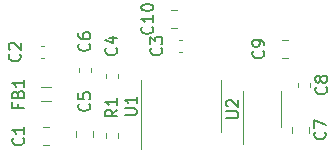
<source format=gto>
G04 #@! TF.GenerationSoftware,KiCad,Pcbnew,6.0.5+dfsg-1~bpo11+1*
G04 #@! TF.CreationDate,2022-12-25T14:08:46+00:00*
G04 #@! TF.ProjectId,stm32l0_mod_source,73746d33-326c-4305-9f6d-6f645f736f75,0.1*
G04 #@! TF.SameCoordinates,Original*
G04 #@! TF.FileFunction,Legend,Top*
G04 #@! TF.FilePolarity,Positive*
%FSLAX46Y46*%
G04 Gerber Fmt 4.6, Leading zero omitted, Abs format (unit mm)*
G04 Created by KiCad (PCBNEW 6.0.5+dfsg-1~bpo11+1) date 2022-12-25 14:08:46*
%MOMM*%
%LPD*%
G01*
G04 APERTURE LIST*
%ADD10C,0.150000*%
%ADD11C,0.120000*%
%ADD12R,1.700000X1.700000*%
%ADD13O,1.700000X1.700000*%
G04 APERTURE END LIST*
D10*
X145391142Y-96432666D02*
X145438761Y-96480285D01*
X145486380Y-96623142D01*
X145486380Y-96718380D01*
X145438761Y-96861238D01*
X145343523Y-96956476D01*
X145248285Y-97004095D01*
X145057809Y-97051714D01*
X144914952Y-97051714D01*
X144724476Y-97004095D01*
X144629238Y-96956476D01*
X144534000Y-96861238D01*
X144486380Y-96718380D01*
X144486380Y-96623142D01*
X144534000Y-96480285D01*
X144581619Y-96432666D01*
X144486380Y-96099333D02*
X144486380Y-95480285D01*
X144867333Y-95813619D01*
X144867333Y-95670761D01*
X144914952Y-95575523D01*
X144962571Y-95527904D01*
X145057809Y-95480285D01*
X145295904Y-95480285D01*
X145391142Y-95527904D01*
X145438761Y-95575523D01*
X145486380Y-95670761D01*
X145486380Y-95956476D01*
X145438761Y-96051714D01*
X145391142Y-96099333D01*
X139295142Y-101136666D02*
X139342761Y-101184285D01*
X139390380Y-101327142D01*
X139390380Y-101422380D01*
X139342761Y-101565238D01*
X139247523Y-101660476D01*
X139152285Y-101708095D01*
X138961809Y-101755714D01*
X138818952Y-101755714D01*
X138628476Y-101708095D01*
X138533238Y-101660476D01*
X138438000Y-101565238D01*
X138390380Y-101422380D01*
X138390380Y-101327142D01*
X138438000Y-101184285D01*
X138485619Y-101136666D01*
X138390380Y-100231904D02*
X138390380Y-100708095D01*
X138866571Y-100755714D01*
X138818952Y-100708095D01*
X138771333Y-100612857D01*
X138771333Y-100374761D01*
X138818952Y-100279523D01*
X138866571Y-100231904D01*
X138961809Y-100184285D01*
X139199904Y-100184285D01*
X139295142Y-100231904D01*
X139342761Y-100279523D01*
X139390380Y-100374761D01*
X139390380Y-100612857D01*
X139342761Y-100708095D01*
X139295142Y-100755714D01*
X139295142Y-96051666D02*
X139342761Y-96099285D01*
X139390380Y-96242142D01*
X139390380Y-96337380D01*
X139342761Y-96480238D01*
X139247523Y-96575476D01*
X139152285Y-96623095D01*
X138961809Y-96670714D01*
X138818952Y-96670714D01*
X138628476Y-96623095D01*
X138533238Y-96575476D01*
X138438000Y-96480238D01*
X138390380Y-96337380D01*
X138390380Y-96242142D01*
X138438000Y-96099285D01*
X138485619Y-96051666D01*
X138390380Y-95194523D02*
X138390380Y-95385000D01*
X138438000Y-95480238D01*
X138485619Y-95527857D01*
X138628476Y-95623095D01*
X138818952Y-95670714D01*
X139199904Y-95670714D01*
X139295142Y-95623095D01*
X139342761Y-95575476D01*
X139390380Y-95480238D01*
X139390380Y-95289761D01*
X139342761Y-95194523D01*
X139295142Y-95146904D01*
X139199904Y-95099285D01*
X138961809Y-95099285D01*
X138866571Y-95146904D01*
X138818952Y-95194523D01*
X138771333Y-95289761D01*
X138771333Y-95480238D01*
X138818952Y-95575476D01*
X138866571Y-95623095D01*
X138961809Y-95670714D01*
X159263142Y-103544666D02*
X159310761Y-103592285D01*
X159358380Y-103735142D01*
X159358380Y-103830380D01*
X159310761Y-103973238D01*
X159215523Y-104068476D01*
X159120285Y-104116095D01*
X158929809Y-104163714D01*
X158786952Y-104163714D01*
X158596476Y-104116095D01*
X158501238Y-104068476D01*
X158406000Y-103973238D01*
X158358380Y-103830380D01*
X158358380Y-103735142D01*
X158406000Y-103592285D01*
X158453619Y-103544666D01*
X158358380Y-103211333D02*
X158358380Y-102544666D01*
X159358380Y-102973238D01*
X159361142Y-99734666D02*
X159408761Y-99782285D01*
X159456380Y-99925142D01*
X159456380Y-100020380D01*
X159408761Y-100163238D01*
X159313523Y-100258476D01*
X159218285Y-100306095D01*
X159027809Y-100353714D01*
X158884952Y-100353714D01*
X158694476Y-100306095D01*
X158599238Y-100258476D01*
X158504000Y-100163238D01*
X158456380Y-100020380D01*
X158456380Y-99925142D01*
X158504000Y-99782285D01*
X158551619Y-99734666D01*
X158884952Y-99163238D02*
X158837333Y-99258476D01*
X158789714Y-99306095D01*
X158694476Y-99353714D01*
X158646857Y-99353714D01*
X158551619Y-99306095D01*
X158504000Y-99258476D01*
X158456380Y-99163238D01*
X158456380Y-98972761D01*
X158504000Y-98877523D01*
X158551619Y-98829904D01*
X158646857Y-98782285D01*
X158694476Y-98782285D01*
X158789714Y-98829904D01*
X158837333Y-98877523D01*
X158884952Y-98972761D01*
X158884952Y-99163238D01*
X158932571Y-99258476D01*
X158980190Y-99306095D01*
X159075428Y-99353714D01*
X159265904Y-99353714D01*
X159361142Y-99306095D01*
X159408761Y-99258476D01*
X159456380Y-99163238D01*
X159456380Y-98972761D01*
X159408761Y-98877523D01*
X159361142Y-98829904D01*
X159265904Y-98782285D01*
X159075428Y-98782285D01*
X158980190Y-98829904D01*
X158932571Y-98877523D01*
X158884952Y-98972761D01*
X154027142Y-96686666D02*
X154074761Y-96734285D01*
X154122380Y-96877142D01*
X154122380Y-96972380D01*
X154074761Y-97115238D01*
X153979523Y-97210476D01*
X153884285Y-97258095D01*
X153693809Y-97305714D01*
X153550952Y-97305714D01*
X153360476Y-97258095D01*
X153265238Y-97210476D01*
X153170000Y-97115238D01*
X153122380Y-96972380D01*
X153122380Y-96877142D01*
X153170000Y-96734285D01*
X153217619Y-96686666D01*
X154122380Y-96210476D02*
X154122380Y-96020000D01*
X154074761Y-95924761D01*
X154027142Y-95877142D01*
X153884285Y-95781904D01*
X153693809Y-95734285D01*
X153312857Y-95734285D01*
X153217619Y-95781904D01*
X153170000Y-95829523D01*
X153122380Y-95924761D01*
X153122380Y-96115238D01*
X153170000Y-96210476D01*
X153217619Y-96258095D01*
X153312857Y-96305714D01*
X153550952Y-96305714D01*
X153646190Y-96258095D01*
X153693809Y-96210476D01*
X153741428Y-96115238D01*
X153741428Y-95924761D01*
X153693809Y-95829523D01*
X153646190Y-95781904D01*
X153550952Y-95734285D01*
X144629142Y-94622857D02*
X144676761Y-94670476D01*
X144724380Y-94813333D01*
X144724380Y-94908571D01*
X144676761Y-95051428D01*
X144581523Y-95146666D01*
X144486285Y-95194285D01*
X144295809Y-95241904D01*
X144152952Y-95241904D01*
X143962476Y-95194285D01*
X143867238Y-95146666D01*
X143772000Y-95051428D01*
X143724380Y-94908571D01*
X143724380Y-94813333D01*
X143772000Y-94670476D01*
X143819619Y-94622857D01*
X144724380Y-93670476D02*
X144724380Y-94241904D01*
X144724380Y-93956190D02*
X143724380Y-93956190D01*
X143867238Y-94051428D01*
X143962476Y-94146666D01*
X144010095Y-94241904D01*
X143724380Y-93051428D02*
X143724380Y-92956190D01*
X143772000Y-92860952D01*
X143819619Y-92813333D01*
X143914857Y-92765714D01*
X144105333Y-92718095D01*
X144343428Y-92718095D01*
X144533904Y-92765714D01*
X144629142Y-92813333D01*
X144676761Y-92860952D01*
X144724380Y-92956190D01*
X144724380Y-93051428D01*
X144676761Y-93146666D01*
X144629142Y-93194285D01*
X144533904Y-93241904D01*
X144343428Y-93289523D01*
X144105333Y-93289523D01*
X143914857Y-93241904D01*
X143819619Y-93194285D01*
X143772000Y-93146666D01*
X143724380Y-93051428D01*
X142318380Y-102107904D02*
X143127904Y-102107904D01*
X143223142Y-102060285D01*
X143270761Y-102012666D01*
X143318380Y-101917428D01*
X143318380Y-101726952D01*
X143270761Y-101631714D01*
X143223142Y-101584095D01*
X143127904Y-101536476D01*
X142318380Y-101536476D01*
X143318380Y-100536476D02*
X143318380Y-101107904D01*
X143318380Y-100822190D02*
X142318380Y-100822190D01*
X142461238Y-100917428D01*
X142556476Y-101012666D01*
X142604095Y-101107904D01*
X150926380Y-102361904D02*
X151735904Y-102361904D01*
X151831142Y-102314285D01*
X151878761Y-102266666D01*
X151926380Y-102171428D01*
X151926380Y-101980952D01*
X151878761Y-101885714D01*
X151831142Y-101838095D01*
X151735904Y-101790476D01*
X150926380Y-101790476D01*
X151021619Y-101361904D02*
X150974000Y-101314285D01*
X150926380Y-101219047D01*
X150926380Y-100980952D01*
X150974000Y-100885714D01*
X151021619Y-100838095D01*
X151116857Y-100790476D01*
X151212095Y-100790476D01*
X151354952Y-100838095D01*
X151926380Y-101409523D01*
X151926380Y-100790476D01*
X141676380Y-101640666D02*
X141200190Y-101974000D01*
X141676380Y-102212095D02*
X140676380Y-102212095D01*
X140676380Y-101831142D01*
X140724000Y-101735904D01*
X140771619Y-101688285D01*
X140866857Y-101640666D01*
X141009714Y-101640666D01*
X141104952Y-101688285D01*
X141152571Y-101735904D01*
X141200190Y-101831142D01*
X141200190Y-102212095D01*
X141676380Y-100688285D02*
X141676380Y-101259714D01*
X141676380Y-100974000D02*
X140676380Y-100974000D01*
X140819238Y-101069238D01*
X140914476Y-101164476D01*
X140962095Y-101259714D01*
X141581142Y-96406666D02*
X141628761Y-96454285D01*
X141676380Y-96597142D01*
X141676380Y-96692380D01*
X141628761Y-96835238D01*
X141533523Y-96930476D01*
X141438285Y-96978095D01*
X141247809Y-97025714D01*
X141104952Y-97025714D01*
X140914476Y-96978095D01*
X140819238Y-96930476D01*
X140724000Y-96835238D01*
X140676380Y-96692380D01*
X140676380Y-96597142D01*
X140724000Y-96454285D01*
X140771619Y-96406666D01*
X141009714Y-95549523D02*
X141676380Y-95549523D01*
X140628761Y-95787619D02*
X141343047Y-96025714D01*
X141343047Y-95406666D01*
X133707142Y-104052666D02*
X133754761Y-104100285D01*
X133802380Y-104243142D01*
X133802380Y-104338380D01*
X133754761Y-104481238D01*
X133659523Y-104576476D01*
X133564285Y-104624095D01*
X133373809Y-104671714D01*
X133230952Y-104671714D01*
X133040476Y-104624095D01*
X132945238Y-104576476D01*
X132850000Y-104481238D01*
X132802380Y-104338380D01*
X132802380Y-104243142D01*
X132850000Y-104100285D01*
X132897619Y-104052666D01*
X133802380Y-103100285D02*
X133802380Y-103671714D01*
X133802380Y-103386000D02*
X132802380Y-103386000D01*
X132945238Y-103481238D01*
X133040476Y-103576476D01*
X133088095Y-103671714D01*
X133415342Y-96940666D02*
X133462961Y-96988285D01*
X133510580Y-97131142D01*
X133510580Y-97226380D01*
X133462961Y-97369238D01*
X133367723Y-97464476D01*
X133272485Y-97512095D01*
X133082009Y-97559714D01*
X132939152Y-97559714D01*
X132748676Y-97512095D01*
X132653438Y-97464476D01*
X132558200Y-97369238D01*
X132510580Y-97226380D01*
X132510580Y-97131142D01*
X132558200Y-96988285D01*
X132605819Y-96940666D01*
X132605819Y-96559714D02*
X132558200Y-96512095D01*
X132510580Y-96416857D01*
X132510580Y-96178761D01*
X132558200Y-96083523D01*
X132605819Y-96035904D01*
X132701057Y-95988285D01*
X132796295Y-95988285D01*
X132939152Y-96035904D01*
X133510580Y-96607333D01*
X133510580Y-95988285D01*
X133278571Y-101163333D02*
X133278571Y-101496666D01*
X133802380Y-101496666D02*
X132802380Y-101496666D01*
X132802380Y-101020476D01*
X133278571Y-100306190D02*
X133326190Y-100163333D01*
X133373809Y-100115714D01*
X133469047Y-100068095D01*
X133611904Y-100068095D01*
X133707142Y-100115714D01*
X133754761Y-100163333D01*
X133802380Y-100258571D01*
X133802380Y-100639523D01*
X132802380Y-100639523D01*
X132802380Y-100306190D01*
X132850000Y-100210952D01*
X132897619Y-100163333D01*
X132992857Y-100115714D01*
X133088095Y-100115714D01*
X133183333Y-100163333D01*
X133230952Y-100210952D01*
X133278571Y-100306190D01*
X133278571Y-100639523D01*
X133802380Y-99115714D02*
X133802380Y-99687142D01*
X133802380Y-99401428D02*
X132802380Y-99401428D01*
X132945238Y-99496666D01*
X133040476Y-99591904D01*
X133088095Y-99687142D01*
D11*
X146925420Y-95756000D02*
X147206580Y-95756000D01*
X146925420Y-96776000D02*
X147206580Y-96776000D01*
X138203000Y-103436748D02*
X138203000Y-103959252D01*
X139673000Y-103436748D02*
X139673000Y-103959252D01*
X139448000Y-98425580D02*
X139448000Y-98144420D01*
X138428000Y-98425580D02*
X138428000Y-98144420D01*
X156491000Y-103116748D02*
X156491000Y-103639252D01*
X157961000Y-103116748D02*
X157961000Y-103639252D01*
X157990000Y-99708580D02*
X157990000Y-99427420D01*
X156970000Y-99708580D02*
X156970000Y-99427420D01*
X155628748Y-95785000D02*
X156151252Y-95785000D01*
X155628748Y-97255000D02*
X156151252Y-97255000D01*
X146753252Y-93245000D02*
X146230748Y-93245000D01*
X146753252Y-94715000D02*
X146230748Y-94715000D01*
X143681000Y-101346000D02*
X143681000Y-99146000D01*
X143681000Y-101346000D02*
X143681000Y-104946000D01*
X150451000Y-101346000D02*
X150451000Y-103546000D01*
X150451000Y-101346000D02*
X150451000Y-99146000D01*
X152314000Y-101600000D02*
X152314000Y-100100000D01*
X155534000Y-101600000D02*
X155534000Y-103100000D01*
X152314000Y-101600000D02*
X152314000Y-104525000D01*
X155534000Y-101600000D02*
X155534000Y-100100000D01*
X141746500Y-103585742D02*
X141746500Y-104060258D01*
X140701500Y-103585742D02*
X140701500Y-104060258D01*
X141734000Y-98933580D02*
X141734000Y-98652420D01*
X140714000Y-98933580D02*
X140714000Y-98652420D01*
X135374748Y-104621000D02*
X135897252Y-104621000D01*
X135374748Y-103151000D02*
X135897252Y-103151000D01*
X135190620Y-97284000D02*
X135471780Y-97284000D01*
X135190620Y-96264000D02*
X135471780Y-96264000D01*
X135236378Y-100890000D02*
X136035622Y-100890000D01*
X135236378Y-99770000D02*
X136035622Y-99770000D01*
%LPC*%
G36*
G01*
X145841000Y-96516000D02*
X145841000Y-96016000D01*
G75*
G02*
X146066000Y-95791000I225000J0D01*
G01*
X146516000Y-95791000D01*
G75*
G02*
X146741000Y-96016000I0J-225000D01*
G01*
X146741000Y-96516000D01*
G75*
G02*
X146516000Y-96741000I-225000J0D01*
G01*
X146066000Y-96741000D01*
G75*
G02*
X145841000Y-96516000I0J225000D01*
G01*
G37*
G36*
G01*
X147391000Y-96516000D02*
X147391000Y-96016000D01*
G75*
G02*
X147616000Y-95791000I225000J0D01*
G01*
X148066000Y-95791000D01*
G75*
G02*
X148291000Y-96016000I0J-225000D01*
G01*
X148291000Y-96516000D01*
G75*
G02*
X148066000Y-96741000I-225000J0D01*
G01*
X147616000Y-96741000D01*
G75*
G02*
X147391000Y-96516000I0J225000D01*
G01*
G37*
G36*
G01*
X138463000Y-102248000D02*
X139413000Y-102248000D01*
G75*
G02*
X139663000Y-102498000I0J-250000D01*
G01*
X139663000Y-102998000D01*
G75*
G02*
X139413000Y-103248000I-250000J0D01*
G01*
X138463000Y-103248000D01*
G75*
G02*
X138213000Y-102998000I0J250000D01*
G01*
X138213000Y-102498000D01*
G75*
G02*
X138463000Y-102248000I250000J0D01*
G01*
G37*
G36*
G01*
X138463000Y-104148000D02*
X139413000Y-104148000D01*
G75*
G02*
X139663000Y-104398000I0J-250000D01*
G01*
X139663000Y-104898000D01*
G75*
G02*
X139413000Y-105148000I-250000J0D01*
G01*
X138463000Y-105148000D01*
G75*
G02*
X138213000Y-104898000I0J250000D01*
G01*
X138213000Y-104398000D01*
G75*
G02*
X138463000Y-104148000I250000J0D01*
G01*
G37*
G36*
G01*
X139188000Y-99510000D02*
X138688000Y-99510000D01*
G75*
G02*
X138463000Y-99285000I0J225000D01*
G01*
X138463000Y-98835000D01*
G75*
G02*
X138688000Y-98610000I225000J0D01*
G01*
X139188000Y-98610000D01*
G75*
G02*
X139413000Y-98835000I0J-225000D01*
G01*
X139413000Y-99285000D01*
G75*
G02*
X139188000Y-99510000I-225000J0D01*
G01*
G37*
G36*
G01*
X139188000Y-97960000D02*
X138688000Y-97960000D01*
G75*
G02*
X138463000Y-97735000I0J225000D01*
G01*
X138463000Y-97285000D01*
G75*
G02*
X138688000Y-97060000I225000J0D01*
G01*
X139188000Y-97060000D01*
G75*
G02*
X139413000Y-97285000I0J-225000D01*
G01*
X139413000Y-97735000D01*
G75*
G02*
X139188000Y-97960000I-225000J0D01*
G01*
G37*
G36*
G01*
X156751000Y-101928000D02*
X157701000Y-101928000D01*
G75*
G02*
X157951000Y-102178000I0J-250000D01*
G01*
X157951000Y-102678000D01*
G75*
G02*
X157701000Y-102928000I-250000J0D01*
G01*
X156751000Y-102928000D01*
G75*
G02*
X156501000Y-102678000I0J250000D01*
G01*
X156501000Y-102178000D01*
G75*
G02*
X156751000Y-101928000I250000J0D01*
G01*
G37*
G36*
G01*
X156751000Y-103828000D02*
X157701000Y-103828000D01*
G75*
G02*
X157951000Y-104078000I0J-250000D01*
G01*
X157951000Y-104578000D01*
G75*
G02*
X157701000Y-104828000I-250000J0D01*
G01*
X156751000Y-104828000D01*
G75*
G02*
X156501000Y-104578000I0J250000D01*
G01*
X156501000Y-104078000D01*
G75*
G02*
X156751000Y-103828000I250000J0D01*
G01*
G37*
G36*
G01*
X157730000Y-100793000D02*
X157230000Y-100793000D01*
G75*
G02*
X157005000Y-100568000I0J225000D01*
G01*
X157005000Y-100118000D01*
G75*
G02*
X157230000Y-99893000I225000J0D01*
G01*
X157730000Y-99893000D01*
G75*
G02*
X157955000Y-100118000I0J-225000D01*
G01*
X157955000Y-100568000D01*
G75*
G02*
X157730000Y-100793000I-225000J0D01*
G01*
G37*
G36*
G01*
X157730000Y-99243000D02*
X157230000Y-99243000D01*
G75*
G02*
X157005000Y-99018000I0J225000D01*
G01*
X157005000Y-98568000D01*
G75*
G02*
X157230000Y-98343000I225000J0D01*
G01*
X157730000Y-98343000D01*
G75*
G02*
X157955000Y-98568000I0J-225000D01*
G01*
X157955000Y-99018000D01*
G75*
G02*
X157730000Y-99243000I-225000J0D01*
G01*
G37*
G36*
G01*
X154440000Y-96995000D02*
X154440000Y-96045000D01*
G75*
G02*
X154690000Y-95795000I250000J0D01*
G01*
X155190000Y-95795000D01*
G75*
G02*
X155440000Y-96045000I0J-250000D01*
G01*
X155440000Y-96995000D01*
G75*
G02*
X155190000Y-97245000I-250000J0D01*
G01*
X154690000Y-97245000D01*
G75*
G02*
X154440000Y-96995000I0J250000D01*
G01*
G37*
G36*
G01*
X156340000Y-96995000D02*
X156340000Y-96045000D01*
G75*
G02*
X156590000Y-95795000I250000J0D01*
G01*
X157090000Y-95795000D01*
G75*
G02*
X157340000Y-96045000I0J-250000D01*
G01*
X157340000Y-96995000D01*
G75*
G02*
X157090000Y-97245000I-250000J0D01*
G01*
X156590000Y-97245000D01*
G75*
G02*
X156340000Y-96995000I0J250000D01*
G01*
G37*
G36*
G01*
X147942000Y-93505000D02*
X147942000Y-94455000D01*
G75*
G02*
X147692000Y-94705000I-250000J0D01*
G01*
X147192000Y-94705000D01*
G75*
G02*
X146942000Y-94455000I0J250000D01*
G01*
X146942000Y-93505000D01*
G75*
G02*
X147192000Y-93255000I250000J0D01*
G01*
X147692000Y-93255000D01*
G75*
G02*
X147942000Y-93505000I0J-250000D01*
G01*
G37*
G36*
G01*
X146042000Y-93505000D02*
X146042000Y-94455000D01*
G75*
G02*
X145792000Y-94705000I-250000J0D01*
G01*
X145292000Y-94705000D01*
G75*
G02*
X145042000Y-94455000I0J250000D01*
G01*
X145042000Y-93505000D01*
G75*
G02*
X145292000Y-93255000I250000J0D01*
G01*
X145792000Y-93255000D01*
G75*
G02*
X146042000Y-93505000I0J-250000D01*
G01*
G37*
G36*
G01*
X144241000Y-104946000D02*
X144041000Y-104946000D01*
G75*
G02*
X143941000Y-104846000I0J100000D01*
G01*
X143941000Y-103571000D01*
G75*
G02*
X144041000Y-103471000I100000J0D01*
G01*
X144241000Y-103471000D01*
G75*
G02*
X144341000Y-103571000I0J-100000D01*
G01*
X144341000Y-104846000D01*
G75*
G02*
X144241000Y-104946000I-100000J0D01*
G01*
G37*
G36*
G01*
X144891000Y-104946000D02*
X144691000Y-104946000D01*
G75*
G02*
X144591000Y-104846000I0J100000D01*
G01*
X144591000Y-103571000D01*
G75*
G02*
X144691000Y-103471000I100000J0D01*
G01*
X144891000Y-103471000D01*
G75*
G02*
X144991000Y-103571000I0J-100000D01*
G01*
X144991000Y-104846000D01*
G75*
G02*
X144891000Y-104946000I-100000J0D01*
G01*
G37*
G36*
G01*
X145541000Y-104946000D02*
X145341000Y-104946000D01*
G75*
G02*
X145241000Y-104846000I0J100000D01*
G01*
X145241000Y-103571000D01*
G75*
G02*
X145341000Y-103471000I100000J0D01*
G01*
X145541000Y-103471000D01*
G75*
G02*
X145641000Y-103571000I0J-100000D01*
G01*
X145641000Y-104846000D01*
G75*
G02*
X145541000Y-104946000I-100000J0D01*
G01*
G37*
G36*
G01*
X146191000Y-104946000D02*
X145991000Y-104946000D01*
G75*
G02*
X145891000Y-104846000I0J100000D01*
G01*
X145891000Y-103571000D01*
G75*
G02*
X145991000Y-103471000I100000J0D01*
G01*
X146191000Y-103471000D01*
G75*
G02*
X146291000Y-103571000I0J-100000D01*
G01*
X146291000Y-104846000D01*
G75*
G02*
X146191000Y-104946000I-100000J0D01*
G01*
G37*
G36*
G01*
X146841000Y-104946000D02*
X146641000Y-104946000D01*
G75*
G02*
X146541000Y-104846000I0J100000D01*
G01*
X146541000Y-103571000D01*
G75*
G02*
X146641000Y-103471000I100000J0D01*
G01*
X146841000Y-103471000D01*
G75*
G02*
X146941000Y-103571000I0J-100000D01*
G01*
X146941000Y-104846000D01*
G75*
G02*
X146841000Y-104946000I-100000J0D01*
G01*
G37*
G36*
G01*
X147491000Y-104946000D02*
X147291000Y-104946000D01*
G75*
G02*
X147191000Y-104846000I0J100000D01*
G01*
X147191000Y-103571000D01*
G75*
G02*
X147291000Y-103471000I100000J0D01*
G01*
X147491000Y-103471000D01*
G75*
G02*
X147591000Y-103571000I0J-100000D01*
G01*
X147591000Y-104846000D01*
G75*
G02*
X147491000Y-104946000I-100000J0D01*
G01*
G37*
G36*
G01*
X148141000Y-104946000D02*
X147941000Y-104946000D01*
G75*
G02*
X147841000Y-104846000I0J100000D01*
G01*
X147841000Y-103571000D01*
G75*
G02*
X147941000Y-103471000I100000J0D01*
G01*
X148141000Y-103471000D01*
G75*
G02*
X148241000Y-103571000I0J-100000D01*
G01*
X148241000Y-104846000D01*
G75*
G02*
X148141000Y-104946000I-100000J0D01*
G01*
G37*
G36*
G01*
X148791000Y-104946000D02*
X148591000Y-104946000D01*
G75*
G02*
X148491000Y-104846000I0J100000D01*
G01*
X148491000Y-103571000D01*
G75*
G02*
X148591000Y-103471000I100000J0D01*
G01*
X148791000Y-103471000D01*
G75*
G02*
X148891000Y-103571000I0J-100000D01*
G01*
X148891000Y-104846000D01*
G75*
G02*
X148791000Y-104946000I-100000J0D01*
G01*
G37*
G36*
G01*
X149441000Y-104946000D02*
X149241000Y-104946000D01*
G75*
G02*
X149141000Y-104846000I0J100000D01*
G01*
X149141000Y-103571000D01*
G75*
G02*
X149241000Y-103471000I100000J0D01*
G01*
X149441000Y-103471000D01*
G75*
G02*
X149541000Y-103571000I0J-100000D01*
G01*
X149541000Y-104846000D01*
G75*
G02*
X149441000Y-104946000I-100000J0D01*
G01*
G37*
G36*
G01*
X150091000Y-104946000D02*
X149891000Y-104946000D01*
G75*
G02*
X149791000Y-104846000I0J100000D01*
G01*
X149791000Y-103571000D01*
G75*
G02*
X149891000Y-103471000I100000J0D01*
G01*
X150091000Y-103471000D01*
G75*
G02*
X150191000Y-103571000I0J-100000D01*
G01*
X150191000Y-104846000D01*
G75*
G02*
X150091000Y-104946000I-100000J0D01*
G01*
G37*
G36*
G01*
X150091000Y-99221000D02*
X149891000Y-99221000D01*
G75*
G02*
X149791000Y-99121000I0J100000D01*
G01*
X149791000Y-97846000D01*
G75*
G02*
X149891000Y-97746000I100000J0D01*
G01*
X150091000Y-97746000D01*
G75*
G02*
X150191000Y-97846000I0J-100000D01*
G01*
X150191000Y-99121000D01*
G75*
G02*
X150091000Y-99221000I-100000J0D01*
G01*
G37*
G36*
G01*
X149441000Y-99221000D02*
X149241000Y-99221000D01*
G75*
G02*
X149141000Y-99121000I0J100000D01*
G01*
X149141000Y-97846000D01*
G75*
G02*
X149241000Y-97746000I100000J0D01*
G01*
X149441000Y-97746000D01*
G75*
G02*
X149541000Y-97846000I0J-100000D01*
G01*
X149541000Y-99121000D01*
G75*
G02*
X149441000Y-99221000I-100000J0D01*
G01*
G37*
G36*
G01*
X148791000Y-99221000D02*
X148591000Y-99221000D01*
G75*
G02*
X148491000Y-99121000I0J100000D01*
G01*
X148491000Y-97846000D01*
G75*
G02*
X148591000Y-97746000I100000J0D01*
G01*
X148791000Y-97746000D01*
G75*
G02*
X148891000Y-97846000I0J-100000D01*
G01*
X148891000Y-99121000D01*
G75*
G02*
X148791000Y-99221000I-100000J0D01*
G01*
G37*
G36*
G01*
X148141000Y-99221000D02*
X147941000Y-99221000D01*
G75*
G02*
X147841000Y-99121000I0J100000D01*
G01*
X147841000Y-97846000D01*
G75*
G02*
X147941000Y-97746000I100000J0D01*
G01*
X148141000Y-97746000D01*
G75*
G02*
X148241000Y-97846000I0J-100000D01*
G01*
X148241000Y-99121000D01*
G75*
G02*
X148141000Y-99221000I-100000J0D01*
G01*
G37*
G36*
G01*
X147491000Y-99221000D02*
X147291000Y-99221000D01*
G75*
G02*
X147191000Y-99121000I0J100000D01*
G01*
X147191000Y-97846000D01*
G75*
G02*
X147291000Y-97746000I100000J0D01*
G01*
X147491000Y-97746000D01*
G75*
G02*
X147591000Y-97846000I0J-100000D01*
G01*
X147591000Y-99121000D01*
G75*
G02*
X147491000Y-99221000I-100000J0D01*
G01*
G37*
G36*
G01*
X146841000Y-99221000D02*
X146641000Y-99221000D01*
G75*
G02*
X146541000Y-99121000I0J100000D01*
G01*
X146541000Y-97846000D01*
G75*
G02*
X146641000Y-97746000I100000J0D01*
G01*
X146841000Y-97746000D01*
G75*
G02*
X146941000Y-97846000I0J-100000D01*
G01*
X146941000Y-99121000D01*
G75*
G02*
X146841000Y-99221000I-100000J0D01*
G01*
G37*
G36*
G01*
X146191000Y-99221000D02*
X145991000Y-99221000D01*
G75*
G02*
X145891000Y-99121000I0J100000D01*
G01*
X145891000Y-97846000D01*
G75*
G02*
X145991000Y-97746000I100000J0D01*
G01*
X146191000Y-97746000D01*
G75*
G02*
X146291000Y-97846000I0J-100000D01*
G01*
X146291000Y-99121000D01*
G75*
G02*
X146191000Y-99221000I-100000J0D01*
G01*
G37*
G36*
G01*
X145541000Y-99221000D02*
X145341000Y-99221000D01*
G75*
G02*
X145241000Y-99121000I0J100000D01*
G01*
X145241000Y-97846000D01*
G75*
G02*
X145341000Y-97746000I100000J0D01*
G01*
X145541000Y-97746000D01*
G75*
G02*
X145641000Y-97846000I0J-100000D01*
G01*
X145641000Y-99121000D01*
G75*
G02*
X145541000Y-99221000I-100000J0D01*
G01*
G37*
G36*
G01*
X144891000Y-99221000D02*
X144691000Y-99221000D01*
G75*
G02*
X144591000Y-99121000I0J100000D01*
G01*
X144591000Y-97846000D01*
G75*
G02*
X144691000Y-97746000I100000J0D01*
G01*
X144891000Y-97746000D01*
G75*
G02*
X144991000Y-97846000I0J-100000D01*
G01*
X144991000Y-99121000D01*
G75*
G02*
X144891000Y-99221000I-100000J0D01*
G01*
G37*
G36*
G01*
X144241000Y-99221000D02*
X144041000Y-99221000D01*
G75*
G02*
X143941000Y-99121000I0J100000D01*
G01*
X143941000Y-97846000D01*
G75*
G02*
X144041000Y-97746000I100000J0D01*
G01*
X144241000Y-97746000D01*
G75*
G02*
X144341000Y-97846000I0J-100000D01*
G01*
X144341000Y-99121000D01*
G75*
G02*
X144241000Y-99221000I-100000J0D01*
G01*
G37*
G36*
G01*
X153049000Y-104525000D02*
X152849000Y-104525000D01*
G75*
G02*
X152749000Y-104425000I0J100000D01*
G01*
X152749000Y-103000000D01*
G75*
G02*
X152849000Y-102900000I100000J0D01*
G01*
X153049000Y-102900000D01*
G75*
G02*
X153149000Y-103000000I0J-100000D01*
G01*
X153149000Y-104425000D01*
G75*
G02*
X153049000Y-104525000I-100000J0D01*
G01*
G37*
G36*
G01*
X153699000Y-104525000D02*
X153499000Y-104525000D01*
G75*
G02*
X153399000Y-104425000I0J100000D01*
G01*
X153399000Y-103000000D01*
G75*
G02*
X153499000Y-102900000I100000J0D01*
G01*
X153699000Y-102900000D01*
G75*
G02*
X153799000Y-103000000I0J-100000D01*
G01*
X153799000Y-104425000D01*
G75*
G02*
X153699000Y-104525000I-100000J0D01*
G01*
G37*
G36*
G01*
X154349000Y-104525000D02*
X154149000Y-104525000D01*
G75*
G02*
X154049000Y-104425000I0J100000D01*
G01*
X154049000Y-103000000D01*
G75*
G02*
X154149000Y-102900000I100000J0D01*
G01*
X154349000Y-102900000D01*
G75*
G02*
X154449000Y-103000000I0J-100000D01*
G01*
X154449000Y-104425000D01*
G75*
G02*
X154349000Y-104525000I-100000J0D01*
G01*
G37*
G36*
G01*
X154999000Y-104525000D02*
X154799000Y-104525000D01*
G75*
G02*
X154699000Y-104425000I0J100000D01*
G01*
X154699000Y-103000000D01*
G75*
G02*
X154799000Y-102900000I100000J0D01*
G01*
X154999000Y-102900000D01*
G75*
G02*
X155099000Y-103000000I0J-100000D01*
G01*
X155099000Y-104425000D01*
G75*
G02*
X154999000Y-104525000I-100000J0D01*
G01*
G37*
G36*
G01*
X154999000Y-100300000D02*
X154799000Y-100300000D01*
G75*
G02*
X154699000Y-100200000I0J100000D01*
G01*
X154699000Y-98775000D01*
G75*
G02*
X154799000Y-98675000I100000J0D01*
G01*
X154999000Y-98675000D01*
G75*
G02*
X155099000Y-98775000I0J-100000D01*
G01*
X155099000Y-100200000D01*
G75*
G02*
X154999000Y-100300000I-100000J0D01*
G01*
G37*
G36*
G01*
X154349000Y-100300000D02*
X154149000Y-100300000D01*
G75*
G02*
X154049000Y-100200000I0J100000D01*
G01*
X154049000Y-98775000D01*
G75*
G02*
X154149000Y-98675000I100000J0D01*
G01*
X154349000Y-98675000D01*
G75*
G02*
X154449000Y-98775000I0J-100000D01*
G01*
X154449000Y-100200000D01*
G75*
G02*
X154349000Y-100300000I-100000J0D01*
G01*
G37*
G36*
G01*
X153699000Y-100300000D02*
X153499000Y-100300000D01*
G75*
G02*
X153399000Y-100200000I0J100000D01*
G01*
X153399000Y-98775000D01*
G75*
G02*
X153499000Y-98675000I100000J0D01*
G01*
X153699000Y-98675000D01*
G75*
G02*
X153799000Y-98775000I0J-100000D01*
G01*
X153799000Y-100200000D01*
G75*
G02*
X153699000Y-100300000I-100000J0D01*
G01*
G37*
G36*
G01*
X153049000Y-100300000D02*
X152849000Y-100300000D01*
G75*
G02*
X152749000Y-100200000I0J100000D01*
G01*
X152749000Y-98775000D01*
G75*
G02*
X152849000Y-98675000I100000J0D01*
G01*
X153049000Y-98675000D01*
G75*
G02*
X153149000Y-98775000I0J-100000D01*
G01*
X153149000Y-100200000D01*
G75*
G02*
X153049000Y-100300000I-100000J0D01*
G01*
G37*
G36*
G01*
X140949000Y-102598000D02*
X141499000Y-102598000D01*
G75*
G02*
X141699000Y-102798000I0J-200000D01*
G01*
X141699000Y-103198000D01*
G75*
G02*
X141499000Y-103398000I-200000J0D01*
G01*
X140949000Y-103398000D01*
G75*
G02*
X140749000Y-103198000I0J200000D01*
G01*
X140749000Y-102798000D01*
G75*
G02*
X140949000Y-102598000I200000J0D01*
G01*
G37*
G36*
G01*
X140949000Y-104248000D02*
X141499000Y-104248000D01*
G75*
G02*
X141699000Y-104448000I0J-200000D01*
G01*
X141699000Y-104848000D01*
G75*
G02*
X141499000Y-105048000I-200000J0D01*
G01*
X140949000Y-105048000D01*
G75*
G02*
X140749000Y-104848000I0J200000D01*
G01*
X140749000Y-104448000D01*
G75*
G02*
X140949000Y-104248000I200000J0D01*
G01*
G37*
G36*
G01*
X141474000Y-100018000D02*
X140974000Y-100018000D01*
G75*
G02*
X140749000Y-99793000I0J225000D01*
G01*
X140749000Y-99343000D01*
G75*
G02*
X140974000Y-99118000I225000J0D01*
G01*
X141474000Y-99118000D01*
G75*
G02*
X141699000Y-99343000I0J-225000D01*
G01*
X141699000Y-99793000D01*
G75*
G02*
X141474000Y-100018000I-225000J0D01*
G01*
G37*
G36*
G01*
X141474000Y-98468000D02*
X140974000Y-98468000D01*
G75*
G02*
X140749000Y-98243000I0J225000D01*
G01*
X140749000Y-97793000D01*
G75*
G02*
X140974000Y-97568000I225000J0D01*
G01*
X141474000Y-97568000D01*
G75*
G02*
X141699000Y-97793000I0J-225000D01*
G01*
X141699000Y-98243000D01*
G75*
G02*
X141474000Y-98468000I-225000J0D01*
G01*
G37*
G36*
G01*
X134186000Y-104361000D02*
X134186000Y-103411000D01*
G75*
G02*
X134436000Y-103161000I250000J0D01*
G01*
X134936000Y-103161000D01*
G75*
G02*
X135186000Y-103411000I0J-250000D01*
G01*
X135186000Y-104361000D01*
G75*
G02*
X134936000Y-104611000I-250000J0D01*
G01*
X134436000Y-104611000D01*
G75*
G02*
X134186000Y-104361000I0J250000D01*
G01*
G37*
G36*
G01*
X136086000Y-104361000D02*
X136086000Y-103411000D01*
G75*
G02*
X136336000Y-103161000I250000J0D01*
G01*
X136836000Y-103161000D01*
G75*
G02*
X137086000Y-103411000I0J-250000D01*
G01*
X137086000Y-104361000D01*
G75*
G02*
X136836000Y-104611000I-250000J0D01*
G01*
X136336000Y-104611000D01*
G75*
G02*
X136086000Y-104361000I0J250000D01*
G01*
G37*
G36*
G01*
X134106200Y-97024000D02*
X134106200Y-96524000D01*
G75*
G02*
X134331200Y-96299000I225000J0D01*
G01*
X134781200Y-96299000D01*
G75*
G02*
X135006200Y-96524000I0J-225000D01*
G01*
X135006200Y-97024000D01*
G75*
G02*
X134781200Y-97249000I-225000J0D01*
G01*
X134331200Y-97249000D01*
G75*
G02*
X134106200Y-97024000I0J225000D01*
G01*
G37*
G36*
G01*
X135656200Y-97024000D02*
X135656200Y-96524000D01*
G75*
G02*
X135881200Y-96299000I225000J0D01*
G01*
X136331200Y-96299000D01*
G75*
G02*
X136556200Y-96524000I0J-225000D01*
G01*
X136556200Y-97024000D01*
G75*
G02*
X136331200Y-97249000I-225000J0D01*
G01*
X135881200Y-97249000D01*
G75*
G02*
X135656200Y-97024000I0J225000D01*
G01*
G37*
G36*
G01*
X134136000Y-100711250D02*
X134136000Y-99948750D01*
G75*
G02*
X134354750Y-99730000I218750J0D01*
G01*
X134792250Y-99730000D01*
G75*
G02*
X135011000Y-99948750I0J-218750D01*
G01*
X135011000Y-100711250D01*
G75*
G02*
X134792250Y-100930000I-218750J0D01*
G01*
X134354750Y-100930000D01*
G75*
G02*
X134136000Y-100711250I0J218750D01*
G01*
G37*
G36*
G01*
X136261000Y-100711250D02*
X136261000Y-99948750D01*
G75*
G02*
X136479750Y-99730000I218750J0D01*
G01*
X136917250Y-99730000D01*
G75*
G02*
X137136000Y-99948750I0J-218750D01*
G01*
X137136000Y-100711250D01*
G75*
G02*
X136917250Y-100930000I-218750J0D01*
G01*
X136479750Y-100930000D01*
G75*
G02*
X136261000Y-100711250I0J218750D01*
G01*
G37*
D12*
X149860000Y-93980000D03*
D13*
X152400000Y-93980000D03*
X154940000Y-93980000D03*
X157480000Y-93980000D03*
D12*
X134620000Y-93980000D03*
D13*
X137160000Y-93980000D03*
X139700000Y-93980000D03*
X142240000Y-93980000D03*
D12*
X134620000Y-106680000D03*
D13*
X137160000Y-106680000D03*
X139700000Y-106680000D03*
X142240000Y-106680000D03*
X144780000Y-106680000D03*
X147320000Y-106680000D03*
X149860000Y-106680000D03*
X152400000Y-106680000D03*
X154940000Y-106680000D03*
X157480000Y-106680000D03*
M02*

</source>
